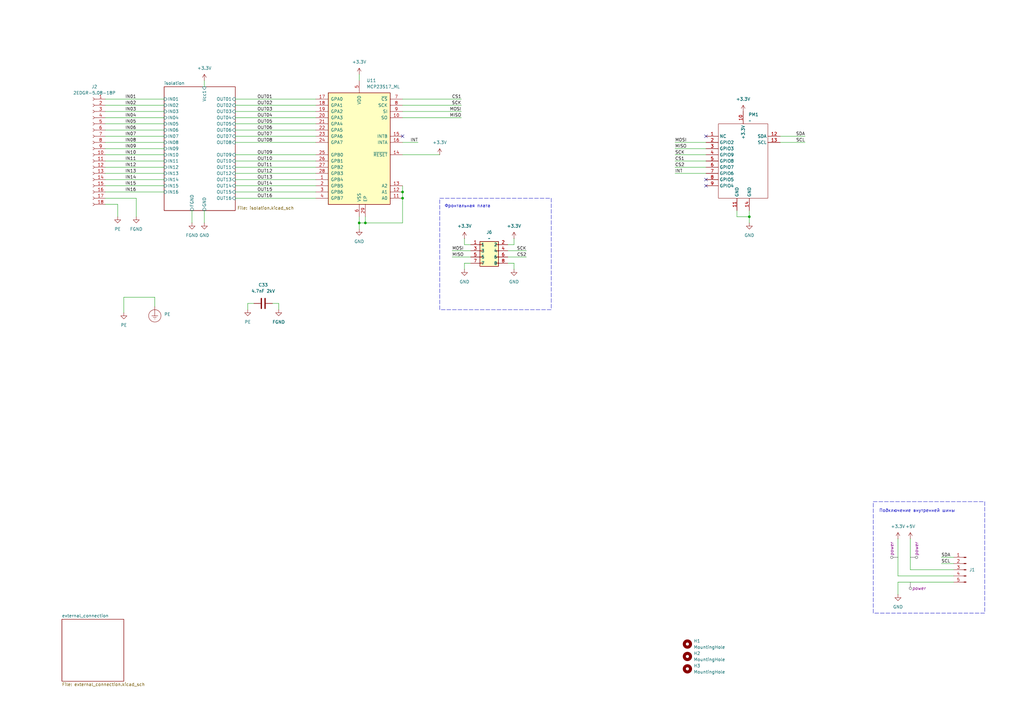
<source format=kicad_sch>
(kicad_sch (version 20231120) (generator "eeschema") (generator_version "8.0")
  (paper "A3")
  (lib_symbols
    (symbol "Mechanical:MountingHole" (pin_names (offset 1.016)) (exclude_from_sim yes) (in_bom no)
      (property "Reference" "H" (at 0 5.08 0))
      (property "Value" "MountingHole" (at 0 3.175 0))
      (symbol "MountingHole_0_1"
        (circle (center 0 0) (radius 1.27) (stroke (width 1.27)))
      )
    )
    (symbol "kicad_inventree_lib:C_4.7nF_2kV_1812" (pin_numbers hide) (pin_names (offset 0.254))
      (property "Reference" "C" (at 0.635 2.54 0))
      (property "Value" "4.7nF 2kV" (at 0.635 -2.54 0))
      (symbol "C_4.7nF_2kV_1812_0_1"
        (polyline (pts (xy -2.032 -0.762) (xy 2.032 -0.762)) (stroke (width 0.508)))
        (polyline (pts (xy -2.032 0.762) (xy 2.032 0.762)) (stroke (width 0.508)))
      )
      (symbol "C_4.7nF_2kV_1812_1_1"
        (pin passive line (at 0 3.81 270) (length 2.794) (name "~") (number "1"))
        (pin passive line (at 0 -3.81 90) (length 2.794) (name "~") (number "2"))
      )
    )
    (symbol "kicad_inventree_lib:Degson_2EDGR-5.08-18P" (pin_names (offset 1.016) hide)
      (property "Reference" "J" (at 0 2.54 0))
      (property "Value" "2EDGR-5.08-18P" (at -4.572 -46.482 0))
      (symbol "Degson_2EDGR-5.08-18P_1_1"
        (arc (start 0 -42.672) (mid -0.5058 -43.18) (end 0 -43.688) (stroke (width 0.1524)))
        (arc (start 0 -40.132) (mid -0.5058 -40.64) (end 0 -41.148) (stroke (width 0.1524)))
        (arc (start 0 -37.592) (mid -0.5058 -38.1) (end 0 -38.608) (stroke (width 0.1524)))
        (arc (start 0 -35.052) (mid -0.5058 -35.56) (end 0 -36.068) (stroke (width 0.1524)))
        (arc (start 0 -32.512) (mid -0.5058 -33.02) (end 0 -33.528) (stroke (width 0.1524)))
        (arc (start 0 -29.972) (mid -0.5058 -30.48) (end 0 -30.988) (stroke (width 0.1524)))
        (arc (start 0 -27.432) (mid -0.5058 -27.94) (end 0 -28.448) (stroke (width 0.1524)))
        (arc (start 0 -24.892) (mid -0.5058 -25.4) (end 0 -25.908) (stroke (width 0.1524)))
        (arc (start 0 -22.352) (mid -0.5058 -22.86) (end 0 -23.368) (stroke (width 0.1524)))
        (arc (start 0 -19.812) (mid -0.5058 -20.32) (end 0 -20.828) (stroke (width 0.1524)))
        (arc (start 0 -17.272) (mid -0.5058 -17.78) (end 0 -18.288) (stroke (width 0.1524)))
        (arc (start 0 -14.732) (mid -0.5058 -15.24) (end 0 -15.748) (stroke (width 0.1524)))
        (arc (start 0 -12.192) (mid -0.5058 -12.7) (end 0 -13.208) (stroke (width 0.1524)))
        (arc (start 0 -9.652) (mid -0.5058 -10.16) (end 0 -10.668) (stroke (width 0.1524)))
        (arc (start 0 -7.112) (mid -0.5058 -7.62) (end 0 -8.128) (stroke (width 0.1524)))
        (arc (start 0 -4.572) (mid -0.5058 -5.08) (end 0 -5.588) (stroke (width 0.1524)))
        (arc (start 0 -2.032) (mid -0.5058 -2.54) (end 0 -3.048) (stroke (width 0.1524)))
        (polyline (pts (xy -1.27 -43.18) (xy -0.508 -43.18)) (stroke (width 0.1524)))
        (polyline (pts (xy -1.27 -40.64) (xy -0.508 -40.64)) (stroke (width 0.1524)))
        (polyline (pts (xy -1.27 -38.1) (xy -0.508 -38.1)) (stroke (width 0.1524)))
        (polyline (pts (xy -1.27 -35.56) (xy -0.508 -35.56)) (stroke (width 0.1524)))
        (polyline (pts (xy -1.27 -33.02) (xy -0.508 -33.02)) (stroke (width 0.1524)))
        (polyline (pts (xy -1.27 -30.48) (xy -0.508 -30.48)) (stroke (width 0.1524)))
        (polyline (pts (xy -1.27 -27.94) (xy -0.508 -27.94)) (stroke (width 0.1524)))
        (polyline (pts (xy -1.27 -25.4) (xy -0.508 -25.4)) (stroke (width 0.1524)))
        (polyline (pts (xy -1.27 -22.86) (xy -0.508 -22.86)) (stroke (width 0.1524)))
        (polyline (pts (xy -1.27 -20.32) (xy -0.508 -20.32)) (stroke (width 0.1524)))
        (polyline (pts (xy -1.27 -17.78) (xy -0.508 -17.78)) (stroke (width 0.1524)))
        (polyline (pts (xy -1.27 -15.24) (xy -0.508 -15.24)) (stroke (width 0.1524)))
        (polyline (pts (xy -1.27 -12.7) (xy -0.508 -12.7)) (stroke (width 0.1524)))
        (polyline (pts (xy -1.27 -10.16) (xy -0.508 -10.16)) (stroke (width 0.1524)))
        (polyline (pts (xy -1.27 -7.62) (xy -0.508 -7.62)) (stroke (width 0.1524)))
        (polyline (pts (xy -1.27 -5.08) (xy -0.508 -5.08)) (stroke (width 0.1524)))
        (polyline (pts (xy -1.27 -2.54) (xy -0.508 -2.54)) (stroke (width 0.1524)))
        (polyline (pts (xy -1.27 0) (xy -0.508 0)) (stroke (width 0.1524)))
        (arc (start 0 0.508) (mid -0.5058 0) (end 0 -0.508) (stroke (width 0.1524)))
        (pin passive line (at -5.08 0 0) (length 3.81) (name "Pin_1") (number "1"))
        (pin passive line (at -5.08 -22.86 0) (length 3.81) (name "Pin_10") (number "10"))
        (pin passive line (at -5.08 -25.4 0) (length 3.81) (name "Pin_11") (number "11"))
        (pin passive line (at -5.08 -27.94 0) (length 3.81) (name "Pin_12") (number "12"))
        (pin passive line (at -5.08 -30.48 0) (length 3.81) (name "Pin_13") (number "13"))
        (pin passive line (at -5.08 -33.02 0) (length 3.81) (name "Pin_14") (number "14"))
        (pin passive line (at -5.08 -35.56 0) (length 3.81) (name "Pin_15") (number "15"))
        (pin passive line (at -5.08 -38.1 0) (length 3.81) (name "Pin_16") (number "16"))
        (pin passive line (at -5.08 -40.64 0) (length 3.81) (name "Pin_17") (number "17"))
        (pin passive line (at -5.08 -43.18 0) (length 3.81) (name "Pin_18") (number "18"))
        (pin passive line (at -5.08 -2.54 0) (length 3.81) (name "Pin_2") (number "2"))
        (pin passive line (at -5.08 -5.08 0) (length 3.81) (name "Pin_3") (number "3"))
        (pin passive line (at -5.08 -7.62 0) (length 3.81) (name "Pin_4") (number "4"))
        (pin passive line (at -5.08 -10.16 0) (length 3.81) (name "Pin_5") (number "5"))
        (pin passive line (at -5.08 -12.7 0) (length 3.81) (name "Pin_6") (number "6"))
        (pin passive line (at -5.08 -15.24 0) (length 3.81) (name "Pin_7") (number "7"))
        (pin passive line (at -5.08 -17.78 0) (length 3.81) (name "Pin_8") (number "8"))
        (pin passive line (at -5.08 -20.32 0) (length 3.81) (name "Pin_9") (number "9"))
      )
    )
    (symbol "kicad_inventree_lib:MCP23S17_ML" (pin_names (offset 1.016))
      (property "Reference" "U" (at -11.43 24.13 0))
      (property "Value" "MCP23S17_ML" (at 0 0 0))
      (symbol "MCP23S17_ML_0_1"
        (rectangle (start -12.7 22.86) (end 12.7 -22.86) (stroke (width 0.254)) (fill (type background)))
      )
      (symbol "MCP23S17_ML_1_1"
        (pin bidirectional line (at 17.78 -12.7 180) (length 5.08) (name "GPB4") (number "1"))
        (pin output line (at -17.78 12.7 0) (length 5.08) (name "SO") (number "10"))
        (pin input line (at -17.78 -20.32 0) (length 5.08) (name "A0") (number "11"))
        (pin input line (at -17.78 -17.78 0) (length 5.08) (name "A1") (number "12"))
        (pin input line (at -17.78 -15.24 0) (length 5.08) (name "A2") (number "13"))
        (pin input line (at -17.78 -2.54 0) (length 5.08) (name "~{RESET}") (number "14"))
        (pin tri_state line (at -17.78 5.08 0) (length 5.08) (name "INTB") (number "15"))
        (pin tri_state line (at -17.78 2.54 0) (length 5.08) (name "INTA") (number "16"))
        (pin bidirectional line (at 17.78 20.32 180) (length 5.08) (name "GPA0") (number "17"))
        (pin bidirectional line (at 17.78 17.78 180) (length 5.08) (name "GPA1") (number "18"))
        (pin bidirectional line (at 17.78 15.24 180) (length 5.08) (name "GPA2") (number "19"))
        (pin bidirectional line (at 17.78 -15.24 180) (length 5.08) (name "GPB5") (number "2"))
        (pin bidirectional line (at 17.78 12.7 180) (length 5.08) (name "GPA3") (number "20"))
        (pin bidirectional line (at 17.78 10.16 180) (length 5.08) (name "GPA4") (number "21"))
        (pin bidirectional line (at 17.78 7.62 180) (length 5.08) (name "GPA5") (number "22"))
        (pin bidirectional line (at 17.78 5.08 180) (length 5.08) (name "GPA6") (number "23"))
        (pin bidirectional line (at 17.78 2.54 180) (length 5.08) (name "GPA7") (number "24"))
        (pin bidirectional line (at 17.78 -2.54 180) (length 5.08) (name "GPB0") (number "25"))
        (pin bidirectional line (at 17.78 -5.08 180) (length 5.08) (name "GPB1") (number "26"))
        (pin bidirectional line (at 17.78 -7.62 180) (length 5.08) (name "GPB2") (number "27"))
        (pin bidirectional line (at 17.78 -10.16 180) (length 5.08) (name "GPB3") (number "28"))
        (pin passive line (at -2.54 -27.94 90) (length 5.08) (name "EP") (number "29"))
        (pin bidirectional line (at 17.78 -17.78 180) (length 5.08) (name "GPB6") (number "3"))
        (pin bidirectional line (at 17.78 -20.32 180) (length 5.08) (name "GPB7") (number "4"))
        (pin power_in line (at 0 27.94 270) (length 5.08) (name "VDD") (number "5"))
        (pin power_in line (at 0 -27.94 90) (length 5.08) (name "VSS") (number "6"))
        (pin input line (at -17.78 20.32 0) (length 5.08) (name "~{CS}") (number "7"))
        (pin input line (at -17.78 17.78 0) (length 5.08) (name "SCK") (number "8"))
        (pin input line (at -17.78 15.24 0) (length 5.08) (name "SI") (number "9"))
      )
    )
    (symbol "kicad_inventree_lib:PE" (pin_numbers hide) (pin_names (offset 0) hide) (in_bom no)
      (property "Value" "PE" (at 0 -7.62 0))
      (symbol "PE_0_1"
        (circle (center 0 -3.81) (radius 2.54))
        (polyline (pts (xy -0.635 -4.445) (xy 0.635 -4.445)))
        (polyline (pts (xy -0.127 -5.08) (xy 0.127 -5.08)))
        (polyline (pts (xy 0 -3.81) (xy 0 0)))
        (polyline (pts (xy 1.27 -3.81) (xy -1.27 -3.81)))
      )
      (symbol "PE_1_1"
        (pin power_in line (at 0 0 270) (length 0) (name "~") (number "1"))
      )
    )
    (symbol "kicad_inventree_lib:PM-ESP32C3"
      (property "Reference" "PM" (at 2.54 2.54 0))
      (symbol "PM-ESP32C3_0_1"
        (rectangle (start -10.16 0) (end 10.16 -30.48))
      )
      (symbol "PM-ESP32C3_1_1"
        (pin input line (at -15.24 -5.08 0) (length 5.08) (name "NC") (number "1"))
        (pin input line (at 0 5.08 270) (length 5.08) (name "+3.3V") (number "10"))
        (pin input line (at -2.54 -35.56 90) (length 5.08) (name "GND") (number "11"))
        (pin input line (at 15.24 -5.08 180) (length 5.08) (name "SDA") (number "12"))
        (pin input line (at 15.24 -7.62 180) (length 5.08) (name "SCL") (number "13"))
        (pin input line (at 2.54 -35.56 90) (length 5.08) (name "GND") (number "14"))
        (pin input line (at -15.24 -7.62 0) (length 5.08) (name "GPIO2") (number "2"))
        (pin input line (at -15.24 -10.16 0) (length 5.08) (name "GPIO3") (number "3"))
        (pin input line (at -15.24 -12.7 0) (length 5.08) (name "GPIO9") (number "4"))
        (pin input line (at -15.24 -15.24 0) (length 5.08) (name "GPIO8") (number "5"))
        (pin input line (at -15.24 -17.78 0) (length 5.08) (name "GPIO7") (number "6"))
        (pin input line (at -15.24 -20.32 0) (length 5.08) (name "GPIO6") (number "7"))
        (pin input line (at -15.24 -22.86 0) (length 5.08) (name "GPIO5") (number "8"))
        (pin input line (at -15.24 -25.4 0) (length 5.08) (name "GPIO4") (number "9"))
      )
    )
    (symbol "kicad_inventree_lib:PM-front-02x04" (in_bom no)
      (property "Reference" "J" (at 0 3.81 0))
      (symbol "PM-front-02x04_1_1"
        (rectangle (start -3.81 -8.763) (end -2.54 -9.017) (stroke (width 0.1524)))
        (rectangle (start -3.81 -6.223) (end -2.54 -6.477) (stroke (width 0.1524)))
        (rectangle (start -3.81 -3.683) (end -2.54 -3.937) (stroke (width 0.1524)))
        (rectangle (start -3.81 -1.143) (end -2.54 -1.397) (stroke (width 0.1524)))
        (rectangle (start -3.81 0) (end 3.81 -10.16) (stroke (width 0.254)) (fill (type background)))
        (rectangle (start 3.81 -8.763) (end 2.54 -9.017) (stroke (width 0.1524)))
        (rectangle (start 3.81 -6.223) (end 2.54 -6.477) (stroke (width 0.1524)))
        (rectangle (start 3.81 -3.683) (end 2.54 -3.937) (stroke (width 0.1524)))
        (rectangle (start 3.81 -1.143) (end 2.54 -1.397) (stroke (width 0.1524)))
        (pin passive line (at -7.62 -1.27 0) (length 3.81) (name "1") (number "1"))
        (pin passive line (at 7.62 -1.27 180) (length 3.81) (name "2") (number "2"))
        (pin passive line (at -7.62 -3.81 0) (length 3.81) (name "3") (number "3"))
        (pin passive line (at 7.62 -3.81 180) (length 3.81) (name "4") (number "4"))
        (pin passive line (at -7.62 -6.35 0) (length 3.81) (name "5") (number "5"))
        (pin passive line (at 7.62 -6.35 180) (length 3.81) (name "6") (number "6"))
        (pin passive line (at -7.62 -8.89 0) (length 3.81) (name "7") (number "7"))
        (pin passive line (at 7.62 -8.89 180) (length 3.81) (name "8") (number "8"))
      )
    )
    (symbol "kicad_inventree_lib:PinHeader_01x05_P2.54_THT_angle" (pin_names (offset 1.016) hide)
      (property "Reference" "J" (at 0 7.62 0))
      (property "Value" "PinHeader_01x05_P2.54_THT_angle" (at 0 -7.62 0))
      (symbol "PinHeader_01x05_P2.54_THT_angle_1_1"
        (polyline (pts (xy 1.27 -5.08) (xy 0.8636 -5.08)) (stroke (width 0.1524)))
        (polyline (pts (xy 1.27 -2.54) (xy 0.8636 -2.54)) (stroke (width 0.1524)))
        (polyline (pts (xy 1.27 0) (xy 0.8636 0)) (stroke (width 0.1524)))
        (polyline (pts (xy 1.27 2.54) (xy 0.8636 2.54)) (stroke (width 0.1524)))
        (polyline (pts (xy 1.27 5.08) (xy 0.8636 5.08)) (stroke (width 0.1524)))
        (rectangle (start 0.8636 -4.953) (end 0 -5.207) (stroke (width 0.1524)) (fill (type outline)))
        (rectangle (start 0.8636 -2.413) (end 0 -2.667) (stroke (width 0.1524)) (fill (type outline)))
        (rectangle (start 0.8636 0.127) (end 0 -0.127) (stroke (width 0.1524)) (fill (type outline)))
        (rectangle (start 0.8636 2.667) (end 0 2.413) (stroke (width 0.1524)) (fill (type outline)))
        (rectangle (start 0.8636 5.207) (end 0 4.953) (stroke (width 0.1524)) (fill (type outline)))
        (pin passive line (at 5.08 5.08 180) (length 3.81) (name "Pin_1") (number "1"))
        (pin passive line (at 5.08 2.54 180) (length 3.81) (name "Pin_2") (number "2"))
        (pin passive line (at 5.08 0 180) (length 3.81) (name "Pin_3") (number "3"))
        (pin passive line (at 5.08 -2.54 180) (length 3.81) (name "Pin_4") (number "4"))
        (pin passive line (at 5.08 -5.08 180) (length 3.81) (name "Pin_5") (number "5"))
      )
    )
    (symbol "power:+5V" (power) (pin_numbers hide) (pin_names (offset 0) hide)
      (property "Value" "+5V" (at 0 3.556 0))
      (symbol "+5V_0_1"
        (polyline (pts (xy -0.762 1.27) (xy 0 2.54)))
        (polyline (pts (xy 0 0) (xy 0 2.54)))
        (polyline (pts (xy 0 2.54) (xy 0.762 1.27)))
      )
      (symbol "+5V_1_1"
        (pin power_in line (at 0 0 90) (length 0) (name "~") (number "1"))
      )
    )
    (symbol "power:GND" (power) (pin_numbers hide) (pin_names (offset 0) hide)
      (property "Value" "GND" (at 0 -3.81 0))
      (symbol "GND_0_1"
        (polyline (pts (xy 0 0) (xy 0 -1.27) (xy 1.27 -1.27) (xy 0 -2.54) (xy -1.27 -1.27) (xy 0 -1.27)))
      )
      (symbol "GND_1_1"
        (pin power_in line (at 0 0 270) (length 0) (name "~") (number "1"))
      )
    )
  )
  (junction (at 165.1 81.28))
  (junction (at 149.86 91.44))
  (junction (at 165.1 78.74))
  (junction (at 147.32 91.44))
  (junction (at 307.34 88.9))
  (no_connect (at 289.56 76.2))
  (no_connect (at 289.56 73.66))
  (no_connect (at 165.1 55.88))
  (no_connect (at 289.56 55.88))
  (wire (pts (xy 63.5 121.92) (xy 63.5 125.73)))
  (wire (pts (xy 114.3 127) (xy 114.3 124.46)))
  (wire (pts (xy 165.1 91.44) (xy 149.86 91.44)))
  (wire (pts (xy 96.52 43.18) (xy 129.54 43.18)))
  (wire (pts (xy 55.88 81.28) (xy 43.18 81.28)))
  (wire (pts (xy 210.82 107.95) (xy 208.28 107.95)))
  (wire (pts (xy 276.86 63.5) (xy 289.56 63.5)))
  (wire (pts (xy 114.3 124.46) (xy 111.76 124.46)))
  (wire (pts (xy 43.18 55.88) (xy 67.31 55.88)))
  (wire (pts (xy 373.38 233.68) (xy 391.16 233.68)))
  (wire (pts (xy 165.1 45.72) (xy 189.23 45.72)))
  (wire (pts (xy 43.18 48.26) (xy 67.31 48.26)))
  (wire (pts (xy 43.18 60.96) (xy 67.31 60.96)))
  (wire (pts (xy 43.18 66.04) (xy 67.31 66.04)))
  (wire (pts (xy 83.82 86.36) (xy 83.82 91.44)))
  (wire (pts (xy 302.26 86.36) (xy 302.26 88.9)))
  (wire (pts (xy 190.5 100.33) (xy 193.04 100.33)))
  (wire (pts (xy 302.26 88.9) (xy 307.34 88.9)))
  (wire (pts (xy 147.32 93.98) (xy 147.32 91.44)))
  (wire (pts (xy 208.28 102.87) (xy 215.9 102.87)))
  (wire (pts (xy 147.32 30.48) (xy 147.32 33.02)))
  (wire (pts (xy 165.1 58.42) (xy 171.45 58.42)))
  (wire (pts (xy 101.6 124.46) (xy 101.6 127)))
  (wire (pts (xy 165.1 63.5) (xy 180.34 63.5)))
  (wire (pts (xy 276.86 58.42) (xy 289.56 58.42)))
  (wire (pts (xy 50.8 121.92) (xy 63.5 121.92)))
  (wire (pts (xy 190.5 107.95) (xy 190.5 110.49)))
  (wire (pts (xy 330.2 55.88) (xy 320.04 55.88)))
  (wire (pts (xy 48.26 83.82) (xy 48.26 88.9)))
  (wire (pts (xy 368.3 238.76) (xy 368.3 243.84)))
  (wire (pts (xy 55.88 88.9) (xy 55.88 81.28)))
  (wire (pts (xy 165.1 81.28) (xy 165.1 91.44)))
  (wire (pts (xy 210.82 110.49) (xy 210.82 107.95)))
  (wire (pts (xy 96.52 66.04) (xy 129.54 66.04)))
  (wire (pts (xy 210.82 97.79) (xy 210.82 100.33)))
  (wire (pts (xy 96.52 81.28) (xy 129.54 81.28)))
  (wire (pts (xy 96.52 40.64) (xy 129.54 40.64)))
  (wire (pts (xy 43.18 43.18) (xy 67.31 43.18)))
  (wire (pts (xy 96.52 55.88) (xy 129.54 55.88)))
  (wire (pts (xy 43.18 63.5) (xy 67.31 63.5)))
  (wire (pts (xy 149.86 88.9) (xy 149.86 91.44)))
  (wire (pts (xy 43.18 68.58) (xy 67.31 68.58)))
  (wire (pts (xy 193.04 102.87) (xy 185.42 102.87)))
  (wire (pts (xy 276.86 71.12) (xy 289.56 71.12)))
  (wire (pts (xy 43.18 58.42) (xy 67.31 58.42)))
  (wire (pts (xy 386.08 231.14) (xy 391.16 231.14)))
  (wire (pts (xy 373.38 220.98) (xy 373.38 233.68)))
  (wire (pts (xy 368.3 238.76) (xy 391.16 238.76)))
  (wire (pts (xy 149.86 91.44) (xy 147.32 91.44)))
  (wire (pts (xy 276.86 66.04) (xy 289.56 66.04)))
  (wire (pts (xy 368.3 236.22) (xy 391.16 236.22)))
  (wire (pts (xy 165.1 40.64) (xy 189.23 40.64)))
  (wire (pts (xy 78.74 86.36) (xy 78.74 91.44)))
  (wire (pts (xy 83.82 33.02) (xy 83.82 35.56)))
  (wire (pts (xy 43.18 83.82) (xy 48.26 83.82)))
  (wire (pts (xy 50.8 128.27) (xy 50.8 121.92)))
  (wire (pts (xy 96.52 45.72) (xy 129.54 45.72)))
  (wire (pts (xy 147.32 88.9) (xy 147.32 91.44)))
  (wire (pts (xy 307.34 86.36) (xy 307.34 88.9)))
  (wire (pts (xy 190.5 97.79) (xy 190.5 100.33)))
  (wire (pts (xy 96.52 73.66) (xy 129.54 73.66)))
  (wire (pts (xy 43.18 76.2) (xy 67.31 76.2)))
  (wire (pts (xy 320.04 58.42) (xy 330.2 58.42)))
  (wire (pts (xy 185.42 105.41) (xy 193.04 105.41)))
  (wire (pts (xy 43.18 73.66) (xy 67.31 73.66)))
  (wire (pts (xy 96.52 50.8) (xy 129.54 50.8)))
  (wire (pts (xy 165.1 78.74) (xy 165.1 81.28)))
  (wire (pts (xy 43.18 40.64) (xy 67.31 40.64)))
  (wire (pts (xy 43.18 71.12) (xy 67.31 71.12)))
  (wire (pts (xy 43.18 78.74) (xy 67.31 78.74)))
  (wire (pts (xy 96.52 71.12) (xy 129.54 71.12)))
  (wire (pts (xy 96.52 53.34) (xy 129.54 53.34)))
  (wire (pts (xy 43.18 45.72) (xy 67.31 45.72)))
  (wire (pts (xy 210.82 100.33) (xy 208.28 100.33)))
  (wire (pts (xy 96.52 76.2) (xy 129.54 76.2)))
  (wire (pts (xy 276.86 60.96) (xy 289.56 60.96)))
  (wire (pts (xy 104.14 124.46) (xy 101.6 124.46)))
  (wire (pts (xy 96.52 78.74) (xy 129.54 78.74)))
  (wire (pts (xy 193.04 107.95) (xy 190.5 107.95)))
  (wire (pts (xy 165.1 76.2) (xy 165.1 78.74)))
  (wire (pts (xy 43.18 50.8) (xy 67.31 50.8)))
  (wire (pts (xy 276.86 68.58) (xy 289.56 68.58)))
  (wire (pts (xy 386.08 228.6) (xy 391.16 228.6)))
  (wire (pts (xy 96.52 58.42) (xy 129.54 58.42)))
  (wire (pts (xy 368.3 220.98) (xy 368.3 236.22)))
  (wire (pts (xy 208.28 105.41) (xy 215.9 105.41)))
  (wire (pts (xy 96.52 63.5) (xy 129.54 63.5)))
  (wire (pts (xy 96.52 68.58) (xy 129.54 68.58)))
  (wire (pts (xy 307.34 88.9) (xy 307.34 91.44)))
  (wire (pts (xy 165.1 48.26) (xy 189.23 48.26)))
  (wire (pts (xy 165.1 43.18) (xy 189.23 43.18)))
  (wire (pts (xy 96.52 48.26) (xy 129.54 48.26)))
  (wire (pts (xy 43.18 53.34) (xy 67.31 53.34)))
  (rectangle (start 180.34 81.28) (end 226.06 127) (stroke (width 0) (type dash)))
  (rectangle (start 358.14 205.74) (end 403.86 251.46) (stroke (width 0) (type dash)))
  (text "Фронтальная плата" (at 182.372 84.582 0) (effects (font (size 1.27 1.27)) (justify left)))
  (text "Подключение внутренней шины" (at 376.174 209.55 0) (effects (font (size 1.27 1.27))))
  (label "IN05" (at 55.88 50.8 180))
  (label "OUT14" (at 111.76 76.2 180))
  (label "IN11" (at 55.88 66.04 180))
  (label "IN12" (at 55.88 68.58 180))
  (label "OUT08" (at 111.76 58.42 180))
  (label "OUT13" (at 111.76 73.66 180))
  (label "OUT05" (at 111.76 50.8 180))
  (label "OUT11" (at 111.76 68.58 180))
  (label "CS2" (at 215.9 105.41 180))
  (label "SDA" (at 330.2 55.88 180))
  (label "SCK" (at 276.86 63.5 0))
  (label "SCL" (at 330.2 58.42 180))
  (label "OUT07" (at 111.76 55.88 180))
  (label "INT" (at 171.45 58.42 180))
  (label "IN06" (at 55.88 53.34 180))
  (label "IN01" (at 55.88 40.64 180))
  (label "CS2" (at 276.86 68.58 0))
  (label "IN10" (at 55.88 63.5 180))
  (label "OUT04" (at 111.76 48.26 180))
  (label "CS1" (at 189.23 40.64 180))
  (label "INT" (at 276.86 71.12 0))
  (label "IN02" (at 55.88 43.18 180))
  (label "OUT02" (at 111.76 43.18 180))
  (label "IN09" (at 55.88 60.96 180))
  (label "OUT12" (at 111.76 71.12 180))
  (label "OUT16" (at 111.76 81.28 180))
  (label "MISO" (at 276.86 60.96 0))
  (label "OUT15" (at 111.76 78.74 180))
  (label "IN04" (at 55.88 48.26 180))
  (label "MISO" (at 189.23 48.26 180))
  (label "SCK" (at 189.23 43.18 180))
  (label "IN14" (at 55.88 73.66 180))
  (label "OUT09" (at 111.76 63.5 180))
  (label "SCK" (at 215.9 102.87 180))
  (label "OUT03" (at 111.76 45.72 180))
  (label "MOSI" (at 185.42 102.87 0))
  (label "CS1" (at 276.86 66.04 0))
  (label "MOSI" (at 189.23 45.72 180))
  (label "IN15" (at 55.88 76.2 180))
  (label "SCL" (at 386.08 231.14 0))
  (label "IN13" (at 55.88 71.12 180))
  (label "SDA" (at 386.08 228.6 0))
  (label "IN08" (at 55.88 58.42 180))
  (label "OUT10" (at 111.76 66.04 180))
  (label "IN03" (at 55.88 45.72 180))
  (label "OUT01" (at 111.76 40.64 180))
  (label "MOSI" (at 276.86 58.42 0))
  (label "IN16" (at 55.88 78.74 180))
  (label "MISO" (at 185.42 105.41 0))
  (label "OUT06" (at 111.76 53.34 180))
  (label "IN07" (at 55.88 55.88 180))
  (netclass_flag "" (length 2.54) (shape round) (at 373.38 228.6 270) (property "Netclass" "power" (at 375.92 227.9015 90) (effects (font (italic yes)) (justify left))))
  (netclass_flag "" (length 2.54) (shape round) (at 368.3 228.6 90) (property "Netclass" "power" (at 365.76 227.9015 90) (effects (font (italic yes)) (justify left))))
  (netclass_flag "" (length 2.54) (shape round) (at 373.38 238.76 180) (property "Netclass" "power" (at 374.0785 241.3 0) (effects (font (italic yes)) (justify left))))
  (symbol (lib_id "power:GND") (at 147.32 93.98 0) (unit 1)
    (property "Reference" "#PWR04" (effects (hide yes)))
    (property "Value" "GND" (at 147.32 99.06 0))
    (property "Description" "Power symbol creates a global label with name \"GND\" , ground" (effects (hide yes)))
  )
  (symbol (lib_id "Mechanical:MountingHole") (at 281.94 274.32 0) (unit 1) (exclude_from_sim yes) (in_bom no)
    (property "Reference" "H3" (at 284.48 273.0499 0) (effects (justify left)))
    (property "Value" "MountingHole" (at 284.48 275.5899 0) (effects (justify left)))
    (property "Footprint" "MountingHole:MountingHole_3.2mm_M3" (effects (hide yes)))
    (property "Description" "Mounting Hole without connection" (effects (hide yes)))
  )
  (symbol (lib_id "kicad_inventree_lib:PE") (at 63.5 125.73 0) (unit 1) (in_bom no)
    (property "Reference" "PE1" (effects (hide yes)))
    (property "Value" "PE" (at 67.31 128.9049 0) (effects (justify left)))
    (property "Footprint" "kicad_inventree_lib:PE" (effects (hide yes)))
    (property "Description" "Power symbol creates a global label with name \"Earth_Protective\"" (effects (hide yes)))
  )
  (symbol (lib_id "kicad_inventree_lib:PinHeader_01x05_P2.54_THT_angle") (at 396.24 233.68 0) (mirror y) (unit 1)
    (property "Reference" "J1" (at 397.51 233.6799 0) (effects (justify right)))
    (property "Value" "PinHeader_01x05_P2.54_THT_angle" (effects (hide yes)))
    (property "Footprint" "Connector_PinHeader_2.54mm:PinHeader_1x05_P2.54mm_Horizontal" (effects (hide yes)))
    (property "Datasheet" "http://inventree.network/part/110/" (effects (hide yes)))
    (property "Description" "Generic connector, single row, 01x05, script generated" (effects (hide yes)))
    (property "part_ipn" "PinHeader_01x05_P2.54_THT_angle" (effects (hide yes)))
  )
  (symbol (lib_id "power:GND") (at 307.34 91.44 0) (unit 1)
    (property "Reference" "#PWR018" (effects (hide yes)))
    (property "Value" "GND" (at 307.34 96.52 0))
    (property "Description" "Power symbol creates a global label with name \"GND\" , ground" (effects (hide yes)))
  )
  (symbol (lib_id "power:GND") (at 83.82 91.44 0) (unit 1)
    (property "Reference" "#PWR010" (effects (hide yes)))
    (property "Value" "GND" (at 83.82 96.52 0))
    (property "Description" "Power symbol creates a global label with name \"GND\" , ground" (effects (hide yes)))
  )
  (symbol (lib_id "power:GND") (at 101.6 127 0) (unit 1)
    (property "Reference" "#PWR021" (effects (hide yes)))
    (property "Value" "PE" (at 101.6 132.08 0))
    (property "Description" "Power symbol creates a global label with name \"GND\" , ground" (effects (hide yes)))
  )
  (symbol (lib_id "power:+5V") (at 368.3 220.98 0) (unit 1)
    (property "Reference" "#PWR07" (effects (hide yes)))
    (property "Value" "+3.3V" (at 368.3 215.9 0))
    (property "Description" "Power symbol creates a global label with name \"+5V\"" (effects (hide yes)))
  )
  (symbol (lib_id "Mechanical:MountingHole") (at 281.94 264.16 0) (unit 1) (exclude_from_sim yes) (in_bom no)
    (property "Reference" "H1" (at 284.48 262.8899 0) (effects (justify left)))
    (property "Value" "MountingHole" (at 284.48 265.4299 0) (effects (justify left)))
    (property "Footprint" "MountingHole:MountingHole_3.2mm_M3" (effects (hide yes)))
    (property "Description" "Mounting Hole without connection" (effects (hide yes)))
  )
  (symbol (lib_id "power:GND") (at 114.3 127 0) (unit 1)
    (property "Reference" "#PWR022" (effects (hide yes)))
    (property "Value" "FGND" (at 114.3 132.08 0))
    (property "Description" "Power symbol creates a global label with name \"GND\" , ground" (effects (hide yes)))
  )
  (symbol (lib_id "power:+5V") (at 147.32 30.48 0) (unit 1)
    (property "Reference" "#PWR03" (effects (hide yes)))
    (property "Value" "+3.3V" (at 147.32 25.4 0))
    (property "Description" "Power symbol creates a global label with name \"+5V\"" (effects (hide yes)))
  )
  (symbol (lib_id "kicad_inventree_lib:PM-ESP32C3") (at 304.8 50.8 0) (unit 1)
    (property "Reference" "PM1" (at 306.9941 46.99 0) (effects (justify left)))
    (property "Value" "~" (at 306.9941 49.53 0) (effects (justify left)))
    (property "Footprint" "kicad_inventree_lib:PM-ESP32C3" (effects (hide yes)))
    (property "part_ipn" "PM-ESP32C3" (effects (hide yes)))
  )
  (symbol (lib_id "power:GND") (at 48.26 88.9 0) (unit 1)
    (property "Reference" "#PWR01" (effects (hide yes)))
    (property "Value" "PE" (at 48.26 93.98 0))
    (property "Description" "Power symbol creates a global label with name \"GND\" , ground" (effects (hide yes)))
  )
  (symbol (lib_id "power:+5V") (at 83.82 33.02 0) (unit 1)
    (property "Reference" "#PWR09" (effects (hide yes)))
    (property "Value" "+3.3V" (at 83.82 27.94 0))
    (property "Description" "Power symbol creates a global label with name \"+5V\"" (effects (hide yes)))
  )
  (symbol (lib_id "kicad_inventree_lib:PM-front-02x04") (at 200.66 99.06 0) (unit 1) (in_bom no)
    (property "Reference" "J6" (at 200.66 95.25 0))
    (property "Value" "~" (at 200.66 97.79 0))
    (property "Footprint" "kicad_inventree_lib:PM-front-02x04" (effects (hide yes)))
  )
  (symbol (lib_id "power:GND") (at 190.5 110.49 0) (unit 1)
    (property "Reference" "#PWR024" (effects (hide yes)))
    (property "Value" "GND" (at 190.5 115.57 0))
    (property "Description" "Power symbol creates a global label with name \"GND\" , ground" (effects (hide yes)))
  )
  (symbol (lib_id "power:GND") (at 210.82 110.49 0) (unit 1)
    (property "Reference" "#PWR017" (effects (hide yes)))
    (property "Value" "GND" (at 210.82 115.57 0))
    (property "Description" "Power symbol creates a global label with name \"GND\" , ground" (effects (hide yes)))
  )
  (symbol (lib_id "power:+5V") (at 304.8 45.72 0) (unit 1)
    (property "Reference" "#PWR015" (effects (hide yes)))
    (property "Value" "+3.3V" (at 304.8 40.64 0))
    (property "Description" "Power symbol creates a global label with name \"+5V\"" (effects (hide yes)))
  )
  (symbol (lib_id "kicad_inventree_lib:C_4.7nF_2kV_1812") (at 107.95 124.46 90) (unit 1)
    (property "Reference" "C33" (at 107.95 116.84 90))
    (property "Value" "4.7nF 2kV" (at 107.95 119.38 90))
    (property "Footprint" "Capacitor_SMD:C_1812_4532Metric_Pad1.57x3.40mm_HandSolder" (effects (hide yes)))
    (property "Datasheet" "http://inventree.network/part/112/" (effects (hide yes)))
    (property "Description" "Unpolarized capacitor" (effects (hide yes)))
    (property "part_ipn" "C_4.7nF_2kV_1812" (effects (hide yes)))
  )
  (symbol (lib_id "kicad_inventree_lib:MCP23S17_ML") (at 147.32 60.96 0) (mirror y) (unit 1)
    (property "Reference" "U11" (at 150.3365 33.02 0) (effects (justify right)))
    (property "Value" "MCP23S17_ML" (at 150.3365 35.56 0) (effects (justify right)))
    (property "Footprint" "Package_DFN_QFN:QFN-28-1EP_6x6mm_P0.65mm_EP4.25x4.25mm" (effects (hide yes)))
    (property "Datasheet" "http://inventree.network/part/106/" (effects (hide yes)))
    (property "Description" "16-bit I/O expander, SPI, interrupts, w pull-ups, QFN-28" (effects (hide yes)))
    (property "part_ipn" "MCP23S17-E/ML" (effects (hide yes)))
  )
  (symbol (lib_id "Mechanical:MountingHole") (at 281.94 269.24 0) (unit 1) (exclude_from_sim yes) (in_bom no)
    (property "Reference" "H2" (at 284.48 267.9699 0) (effects (justify left)))
    (property "Value" "MountingHole" (at 284.48 270.5099 0) (effects (justify left)))
    (property "Footprint" "MountingHole:MountingHole_3.2mm_M3" (effects (hide yes)))
    (property "Description" "Mounting Hole without connection" (effects (hide yes)))
  )
  (symbol (lib_id "power:GND") (at 368.3 243.84 0) (unit 1)
    (property "Reference" "#PWR08" (effects (hide yes)))
    (property "Value" "GND" (at 368.3 248.92 0))
    (property "Description" "Power symbol creates a global label with name \"GND\" , ground" (effects (hide yes)))
  )
  (symbol (lib_id "power:GND") (at 55.88 88.9 0) (unit 1)
    (property "Reference" "#PWR02" (effects (hide yes)))
    (property "Value" "FGND" (at 55.88 93.98 0))
    (property "Description" "Power symbol creates a global label with name \"GND\" , ground" (effects (hide yes)))
  )
  (symbol (lib_id "power:+5V") (at 210.82 97.79 0) (unit 1)
    (property "Reference" "#PWR016" (effects (hide yes)))
    (property "Value" "+3.3V" (at 210.82 92.71 0))
    (property "Description" "Power symbol creates a global label with name \"+5V\"" (effects (hide yes)))
  )
  (symbol (lib_id "power:+5V") (at 373.38 220.98 0) (unit 1)
    (property "Reference" "#PWR025" (effects (hide yes)))
    (property "Value" "+5V" (at 373.38 215.9 0))
    (property "Description" "Power symbol creates a global label with name \"+5V\"" (effects (hide yes)))
  )
  (symbol (lib_id "power:GND") (at 78.74 91.44 0) (unit 1)
    (property "Reference" "#PWR011" (effects (hide yes)))
    (property "Value" "FGND" (at 78.74 96.52 0))
    (property "Description" "Power symbol creates a global label with name \"GND\" , ground" (effects (hide yes)))
  )
  (symbol (lib_id "power:+5V") (at 190.5 97.79 0) (unit 1)
    (property "Reference" "#PWR019" (effects (hide yes)))
    (property "Value" "+3.3V" (at 190.5 92.71 0))
    (property "Description" "Power symbol creates a global label with name \"+5V\"" (effects (hide yes)))
  )
  (symbol (lib_id "power:+5V") (at 180.34 63.5 0) (unit 1)
    (property "Reference" "#PWR06" (effects (hide yes)))
    (property "Value" "+3.3V" (at 180.34 58.42 0))
    (property "Description" "Power symbol creates a global label with name \"+5V\"" (effects (hide yes)))
  )
  (symbol (lib_id "kicad_inventree_lib:Degson_2EDGR-5.08-18P") (at 38.1 40.64 0) (mirror y) (unit 1)
    (property "Reference" "J2" (at 38.735 35.56 0))
    (property "Value" "2EDGR-5.08-18P" (at 38.735 38.1 0))
    (property "Footprint" "NextPCB:Degson_2EDGR-5.08-18P" (effects (hide yes)))
    (property "Datasheet" "http://inventree.network/part/19/" (effects (hide yes)))
    (property "Description" "01x18" (effects (hide yes)))
    (property "NextPCB_url" "https://www.hqonline.com/product-detail/terminal-blocks-kangnex-wj2edgr-5-08-18p-2500349376" (effects (hide yes)))
    (property "NextPCB_price" "0.17085" (effects (hide yes)))
    (property "part_ipn" "2EDGR-5.08-18P" (effects (hide yes)))
  )
  (symbol (lib_id "power:GND") (at 50.8 128.27 0) (unit 1)
    (property "Reference" "#PWR020" (effects (hide yes)))
    (property "Value" "PE" (at 50.8 133.35 0))
    (property "Description" "Power symbol creates a global label with name \"GND\" , ground" (effects (hide yes)))
  )
  (sheet (at 67.31 35.56) (size 29.21 50.8) (stroke (width 0.1524))
    (property "Sheetname" "isolation" (at 67.31 34.8484 0) (effects (justify left bottom)))
    (property "Sheetfile" "isolation.kicad_sch" (at 97.282 84.582 0) (effects (justify left top)))
    (pin "IN01" input (at 67.31 40.64 180))
    (pin "IN02" input (at 67.31 43.18 180))
    (pin "IN03" input (at 67.31 45.72 180))
    (pin "IN04" input (at 67.31 48.26 180))
    (pin "IN05" input (at 67.31 50.8 180))
    (pin "IN06" input (at 67.31 53.34 180))
    (pin "IN07" input (at 67.31 55.88 180))
    (pin "IN08" input (at 67.31 58.42 180))
    (pin "IN10" input (at 67.31 63.5 180))
    (pin "IN09" input (at 67.31 60.96 180))
    (pin "OUT01" input (at 96.52 40.64 0))
    (pin "OUT02" input (at 96.52 43.18 0))
    (pin "OUT07" input (at 96.52 55.88 0))
    (pin "OUT08" input (at 96.52 58.42 0))
    (pin "OUT05" input (at 96.52 50.8 0))
    (pin "OUT06" input (at 96.52 53.34 0))
    (pin "OUT03" input (at 96.52 45.72 0))
    (pin "OUT04" input (at 96.52 48.26 0))
    (pin "OUT09" input (at 96.52 63.5 0))
    (pin "OUT10" input (at 96.52 66.04 0))
    (pin "OUT11" input (at 96.52 68.58 0))
    (pin "OUT12" input (at 96.52 71.12 0))
    (pin "IN11" input (at 67.31 66.04 180))
    (pin "IN12" input (at 67.31 68.58 180))
    (pin "IN13" input (at 67.31 71.12 180))
    (pin "IN14" input (at 67.31 73.66 180))
    (pin "IN15" input (at 67.31 76.2 180))
    (pin "IN16" input (at 67.31 78.74 180))
    (pin "OUT13" input (at 96.52 73.66 0))
    (pin "OUT14" input (at 96.52 76.2 0))
    (pin "OUT15" input (at 96.52 78.74 0))
    (pin "OUT16" input (at 96.52 81.28 0))
    (pin "GND" input (at 83.82 86.36 270))
    (pin "FGND" input (at 78.74 86.36 270))
    (pin "Vcc1" input (at 83.82 35.56 90))
  )
  (sheet (at 25.4 254) (size 25.4 25.4) (stroke (width 0.1524))
    (property "Sheetname" "external_connection" (at 25.4 253.2884 0) (effects (justify left bottom)))
    (property "Sheetfile" "external_connection.kicad_sch" (at 25.4 279.9846 0) (effects (justify left top)))
  )
)
</source>
